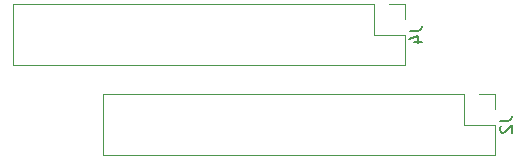
<source format=gbo>
G04 #@! TF.FileFunction,Legend,Bot*
%FSLAX46Y46*%
G04 Gerber Fmt 4.6, Leading zero omitted, Abs format (unit mm)*
G04 Created by KiCad (PCBNEW 4.0.1-stable) date 2017/09/23 7:18:13*
%MOMM*%
G01*
G04 APERTURE LIST*
%ADD10C,0.100000*%
%ADD11C,0.120000*%
%ADD12C,0.150000*%
%ADD13R,1.600000X1.600000*%
%ADD14C,1.600000*%
%ADD15R,1.700000X1.700000*%
%ADD16O,1.700000X1.700000*%
%ADD17C,1.400000*%
%ADD18O,1.400000X1.400000*%
%ADD19C,2.700000*%
G04 APERTURE END LIST*
D10*
D11*
X155448000Y-84395000D02*
X124908000Y-84395000D01*
X124908000Y-84395000D02*
X124908000Y-89595000D01*
X124908000Y-89595000D02*
X158048000Y-89595000D01*
X158048000Y-89595000D02*
X158048000Y-86995000D01*
X158048000Y-86995000D02*
X155448000Y-86995000D01*
X155448000Y-86995000D02*
X155448000Y-84395000D01*
X156718000Y-84395000D02*
X158048000Y-84395000D01*
X158048000Y-84395000D02*
X158048000Y-85665000D01*
X147828000Y-76775000D02*
X117288000Y-76775000D01*
X117288000Y-76775000D02*
X117288000Y-81975000D01*
X117288000Y-81975000D02*
X150428000Y-81975000D01*
X150428000Y-81975000D02*
X150428000Y-79375000D01*
X150428000Y-79375000D02*
X147828000Y-79375000D01*
X147828000Y-79375000D02*
X147828000Y-76775000D01*
X149098000Y-76775000D02*
X150428000Y-76775000D01*
X150428000Y-76775000D02*
X150428000Y-78045000D01*
D12*
X158500381Y-86661667D02*
X159214667Y-86661667D01*
X159357524Y-86614047D01*
X159452762Y-86518809D01*
X159500381Y-86375952D01*
X159500381Y-86280714D01*
X158595619Y-87090238D02*
X158548000Y-87137857D01*
X158500381Y-87233095D01*
X158500381Y-87471191D01*
X158548000Y-87566429D01*
X158595619Y-87614048D01*
X158690857Y-87661667D01*
X158786095Y-87661667D01*
X158928952Y-87614048D01*
X159500381Y-87042619D01*
X159500381Y-87661667D01*
X150880381Y-79041667D02*
X151594667Y-79041667D01*
X151737524Y-78994047D01*
X151832762Y-78898809D01*
X151880381Y-78755952D01*
X151880381Y-78660714D01*
X151213714Y-79946429D02*
X151880381Y-79946429D01*
X150832762Y-79708333D02*
X151547048Y-79470238D01*
X151547048Y-80089286D01*
%LPC*%
D13*
X139573000Y-128270000D03*
D14*
X139573000Y-125770000D03*
D15*
X118618000Y-121285000D03*
D16*
X121158000Y-121285000D03*
X123698000Y-121285000D03*
X126238000Y-121285000D03*
X128778000Y-121285000D03*
X131318000Y-121285000D03*
X133858000Y-121285000D03*
X136398000Y-121285000D03*
X138938000Y-121285000D03*
X141478000Y-121285000D03*
X144018000Y-121285000D03*
X146558000Y-121285000D03*
X149098000Y-121285000D03*
D15*
X156718000Y-85725000D03*
D16*
X156718000Y-88265000D03*
X154178000Y-85725000D03*
X154178000Y-88265000D03*
X151638000Y-85725000D03*
X151638000Y-88265000D03*
X149098000Y-85725000D03*
X149098000Y-88265000D03*
X146558000Y-85725000D03*
X146558000Y-88265000D03*
X144018000Y-85725000D03*
X144018000Y-88265000D03*
X141478000Y-85725000D03*
X141478000Y-88265000D03*
X138938000Y-85725000D03*
X138938000Y-88265000D03*
X136398000Y-85725000D03*
X136398000Y-88265000D03*
X133858000Y-85725000D03*
X133858000Y-88265000D03*
X131318000Y-85725000D03*
X131318000Y-88265000D03*
X128778000Y-85725000D03*
X128778000Y-88265000D03*
X126238000Y-85725000D03*
X126238000Y-88265000D03*
D15*
X146558000Y-127635000D03*
D16*
X149098000Y-127635000D03*
X151638000Y-127635000D03*
D15*
X149098000Y-78105000D03*
D16*
X149098000Y-80645000D03*
X146558000Y-78105000D03*
X146558000Y-80645000D03*
X144018000Y-78105000D03*
X144018000Y-80645000D03*
X141478000Y-78105000D03*
X141478000Y-80645000D03*
X138938000Y-78105000D03*
X138938000Y-80645000D03*
X136398000Y-78105000D03*
X136398000Y-80645000D03*
X133858000Y-78105000D03*
X133858000Y-80645000D03*
X131318000Y-78105000D03*
X131318000Y-80645000D03*
X128778000Y-78105000D03*
X128778000Y-80645000D03*
X126238000Y-78105000D03*
X126238000Y-80645000D03*
X123698000Y-78105000D03*
X123698000Y-80645000D03*
X121158000Y-78105000D03*
X121158000Y-80645000D03*
X118618000Y-78105000D03*
X118618000Y-80645000D03*
D17*
X124968000Y-125095000D03*
D18*
X124968000Y-130175000D03*
D17*
X128778000Y-130175000D03*
D18*
X128778000Y-125095000D03*
D17*
X132588000Y-130175000D03*
D18*
X132588000Y-125095000D03*
D15*
X118618000Y-126365000D03*
D16*
X121158000Y-126365000D03*
D19*
X152998000Y-96365000D03*
X132998000Y-96365000D03*
X132998000Y-116365000D03*
X152998000Y-116365000D03*
M02*

</source>
